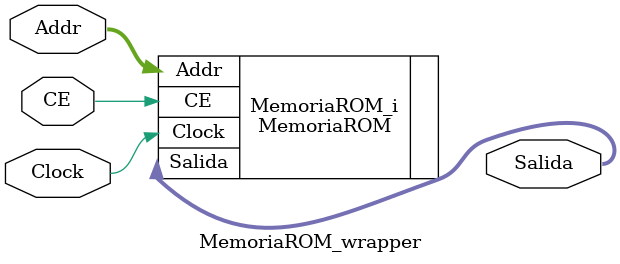
<source format=v>
`timescale 1 ps / 1 ps

module MemoriaROM_wrapper
   (Addr,
    CE,
    Clock,
    Salida);
  input [6:0]Addr;
  input CE;
  input Clock;
  output [7:0]Salida;

  wire [6:0]Addr;
  wire CE;
  wire Clock;
  wire [7:0]Salida;

  MemoriaROM MemoriaROM_i
       (.Addr(Addr),
        .CE(CE),
        .Clock(Clock),
        .Salida(Salida));
endmodule

</source>
